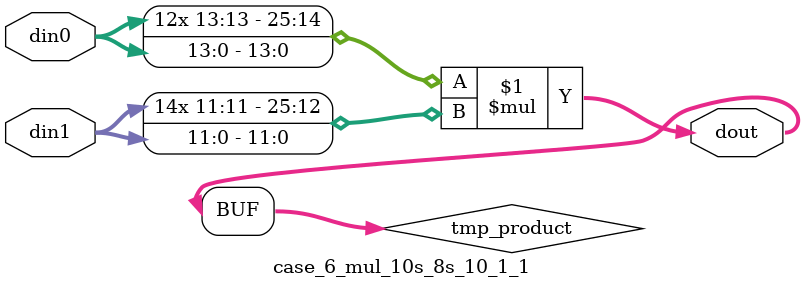
<source format=v>

`timescale 1 ns / 1 ps

 module case_6_mul_10s_8s_10_1_1(din0, din1, dout);
parameter ID = 1;
parameter NUM_STAGE = 0;
parameter din0_WIDTH = 14;
parameter din1_WIDTH = 12;
parameter dout_WIDTH = 26;

input [din0_WIDTH - 1 : 0] din0; 
input [din1_WIDTH - 1 : 0] din1; 
output [dout_WIDTH - 1 : 0] dout;

wire signed [dout_WIDTH - 1 : 0] tmp_product;



























assign tmp_product = $signed(din0) * $signed(din1);








assign dout = tmp_product;





















endmodule

</source>
